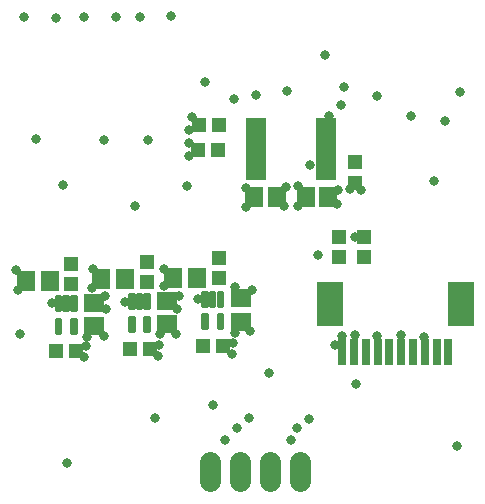
<source format=gbr>
G04 EAGLE Gerber RS-274X export*
G75*
%MOMM*%
%FSLAX34Y34*%
%LPD*%
%INSoldermask Top*%
%IPPOS*%
%AMOC8*
5,1,8,0,0,1.08239X$1,22.5*%
G01*
%ADD10R,0.763200X2.233200*%
%ADD11R,2.183200X3.763200*%
%ADD12C,1.819200*%
%ADD13R,1.678200X0.653200*%
%ADD14R,1.503200X1.703200*%
%ADD15R,1.303200X1.203200*%
%ADD16R,1.203200X1.303200*%
%ADD17R,1.503200X1.803200*%
%ADD18C,0.301600*%
%ADD19R,1.803200X1.503200*%
%ADD20C,0.813200*%


D10*
X287743Y126927D03*
X297743Y126927D03*
X307743Y126927D03*
X317743Y126927D03*
X327743Y126927D03*
X337743Y126927D03*
X347743Y126927D03*
X357743Y126927D03*
X367743Y126927D03*
X377743Y126927D03*
D11*
X277143Y167577D03*
X388343Y167577D03*
D12*
X175694Y33480D02*
X175694Y17320D01*
X201094Y17320D02*
X201094Y33480D01*
X226494Y33480D02*
X226494Y17320D01*
X251894Y17320D02*
X251894Y33480D01*
D13*
X273887Y276074D03*
X273887Y282574D03*
X273887Y289074D03*
X273887Y295574D03*
X273887Y302074D03*
X273887Y308574D03*
X273887Y315074D03*
X273887Y321574D03*
X215127Y321574D03*
X215127Y315074D03*
X215127Y308574D03*
X215127Y302074D03*
X215127Y295574D03*
X215127Y289074D03*
X215127Y282574D03*
X215127Y276074D03*
D14*
X275847Y258350D03*
X256847Y258350D03*
X213405Y258232D03*
X232405Y258232D03*
D15*
X284980Y207335D03*
X284980Y224335D03*
X306461Y207380D03*
X306461Y224380D03*
D16*
X182719Y298174D03*
X165719Y298174D03*
X183223Y319251D03*
X166223Y319251D03*
D15*
X298343Y287234D03*
X298343Y270234D03*
D17*
X164603Y189498D03*
X144603Y189498D03*
D18*
X183059Y176987D02*
X183059Y166071D01*
X183059Y176987D02*
X186075Y176987D01*
X186075Y166071D01*
X183059Y166071D01*
X183059Y168936D02*
X186075Y168936D01*
X186075Y171801D02*
X183059Y171801D01*
X183059Y174666D02*
X186075Y174666D01*
X176559Y176987D02*
X176559Y166071D01*
X176559Y176987D02*
X179575Y176987D01*
X179575Y166071D01*
X176559Y166071D01*
X176559Y168936D02*
X179575Y168936D01*
X179575Y171801D02*
X176559Y171801D01*
X176559Y174666D02*
X179575Y174666D01*
X170059Y176987D02*
X170059Y166071D01*
X170059Y176987D02*
X173075Y176987D01*
X173075Y166071D01*
X170059Y166071D01*
X170059Y168936D02*
X173075Y168936D01*
X173075Y171801D02*
X170059Y171801D01*
X170059Y174666D02*
X173075Y174666D01*
X170059Y157787D02*
X170059Y146871D01*
X170059Y157787D02*
X173075Y157787D01*
X173075Y146871D01*
X170059Y146871D01*
X170059Y149736D02*
X173075Y149736D01*
X173075Y152601D02*
X170059Y152601D01*
X170059Y155466D02*
X173075Y155466D01*
X183059Y157787D02*
X183059Y146871D01*
X183059Y157787D02*
X186075Y157787D01*
X186075Y146871D01*
X183059Y146871D01*
X183059Y149736D02*
X186075Y149736D01*
X186075Y152601D02*
X183059Y152601D01*
X183059Y155466D02*
X186075Y155466D01*
D19*
X202289Y152147D03*
X202289Y172147D03*
D15*
X183515Y206252D03*
X183515Y189252D03*
D16*
X169957Y132157D03*
X186957Y132157D03*
D17*
X103893Y188320D03*
X83893Y188320D03*
D18*
X121164Y174663D02*
X121164Y163747D01*
X121164Y174663D02*
X124180Y174663D01*
X124180Y163747D01*
X121164Y163747D01*
X121164Y166612D02*
X124180Y166612D01*
X124180Y169477D02*
X121164Y169477D01*
X121164Y172342D02*
X124180Y172342D01*
X114664Y174663D02*
X114664Y163747D01*
X114664Y174663D02*
X117680Y174663D01*
X117680Y163747D01*
X114664Y163747D01*
X114664Y166612D02*
X117680Y166612D01*
X117680Y169477D02*
X114664Y169477D01*
X114664Y172342D02*
X117680Y172342D01*
X108164Y174663D02*
X108164Y163747D01*
X108164Y174663D02*
X111180Y174663D01*
X111180Y163747D01*
X108164Y163747D01*
X108164Y166612D02*
X111180Y166612D01*
X111180Y169477D02*
X108164Y169477D01*
X108164Y172342D02*
X111180Y172342D01*
X108164Y155463D02*
X108164Y144547D01*
X108164Y155463D02*
X111180Y155463D01*
X111180Y144547D01*
X108164Y144547D01*
X108164Y147412D02*
X111180Y147412D01*
X111180Y150277D02*
X108164Y150277D01*
X108164Y153142D02*
X111180Y153142D01*
X121164Y155463D02*
X121164Y144547D01*
X121164Y155463D02*
X124180Y155463D01*
X124180Y144547D01*
X121164Y144547D01*
X121164Y147412D02*
X124180Y147412D01*
X124180Y150277D02*
X121164Y150277D01*
X121164Y153142D02*
X124180Y153142D01*
D19*
X139176Y150097D03*
X139176Y170097D03*
D15*
X122319Y202936D03*
X122319Y185936D03*
D16*
X107723Y129421D03*
X124723Y129421D03*
D17*
X40141Y187246D03*
X20141Y187246D03*
D18*
X59124Y173187D02*
X59124Y162271D01*
X59124Y173187D02*
X62140Y173187D01*
X62140Y162271D01*
X59124Y162271D01*
X59124Y165136D02*
X62140Y165136D01*
X62140Y168001D02*
X59124Y168001D01*
X59124Y170866D02*
X62140Y170866D01*
X52624Y173187D02*
X52624Y162271D01*
X52624Y173187D02*
X55640Y173187D01*
X55640Y162271D01*
X52624Y162271D01*
X52624Y165136D02*
X55640Y165136D01*
X55640Y168001D02*
X52624Y168001D01*
X52624Y170866D02*
X55640Y170866D01*
X46124Y173187D02*
X46124Y162271D01*
X46124Y173187D02*
X49140Y173187D01*
X49140Y162271D01*
X46124Y162271D01*
X46124Y165136D02*
X49140Y165136D01*
X49140Y168001D02*
X46124Y168001D01*
X46124Y170866D02*
X49140Y170866D01*
X46124Y153987D02*
X46124Y143071D01*
X46124Y153987D02*
X49140Y153987D01*
X49140Y143071D01*
X46124Y143071D01*
X46124Y145936D02*
X49140Y145936D01*
X49140Y148801D02*
X46124Y148801D01*
X46124Y151666D02*
X49140Y151666D01*
X59124Y153987D02*
X59124Y143071D01*
X59124Y153987D02*
X62140Y153987D01*
X62140Y143071D01*
X59124Y143071D01*
X59124Y145936D02*
X62140Y145936D01*
X62140Y148801D02*
X59124Y148801D01*
X59124Y151666D02*
X62140Y151666D01*
D19*
X77290Y148363D03*
X77290Y168363D03*
D15*
X58390Y201415D03*
X58390Y184415D03*
D16*
X45140Y127728D03*
X62140Y127728D03*
D20*
X299789Y99924D03*
X374789Y322720D03*
X387164Y346805D03*
X288869Y350851D03*
X317005Y343873D03*
X196502Y340848D03*
X215081Y344057D03*
X284135Y263590D03*
X283767Y252266D03*
X294263Y264511D03*
X303602Y263628D03*
X206702Y249503D03*
X86088Y140679D03*
X72093Y139851D03*
X146855Y142153D03*
X133873Y141600D03*
X209725Y144158D03*
X197154Y143204D03*
X70451Y131490D03*
X69320Y122155D03*
X132923Y132535D03*
X131516Y122945D03*
X195069Y134389D03*
X194046Y124799D03*
X287776Y140463D03*
X281741Y132578D03*
X157851Y303751D03*
X158010Y292613D03*
X206066Y265326D03*
X18010Y410333D03*
X45081Y409891D03*
X69389Y410443D03*
X96128Y410112D03*
X116900Y410001D03*
X143087Y410885D03*
X276401Y326288D03*
X260288Y284950D03*
X250068Y267088D03*
X250621Y250240D03*
X240262Y266858D03*
X238835Y250424D03*
X11892Y196150D03*
X13235Y179143D03*
X76941Y196767D03*
X76275Y180873D03*
X86946Y174443D03*
X87377Y162868D03*
X148144Y162960D03*
X149525Y174192D03*
X137096Y182478D03*
X136635Y197393D03*
X103809Y168942D03*
X41893Y167839D03*
X165304Y171513D03*
X211530Y179300D03*
X197336Y181602D03*
X298876Y140847D03*
X317621Y140427D03*
X337822Y140738D03*
X357332Y139667D03*
X160431Y325890D03*
X158310Y314851D03*
X225366Y109149D03*
X385196Y46874D03*
X129067Y70980D03*
X178554Y81694D03*
X54837Y32812D03*
X15381Y141960D03*
X51493Y268519D03*
X112349Y250439D03*
X156486Y267180D03*
X171198Y355570D03*
X273376Y378152D03*
X345740Y326777D03*
X286890Y336151D03*
X365802Y271198D03*
X241310Y347634D03*
X267487Y209077D03*
X298498Y224369D03*
X123761Y306133D03*
X85945Y306362D03*
X28904Y306931D03*
X208995Y71086D03*
X259506Y69827D03*
X198934Y62326D03*
X249833Y62097D03*
X188621Y52473D03*
X244167Y52473D03*
M02*

</source>
